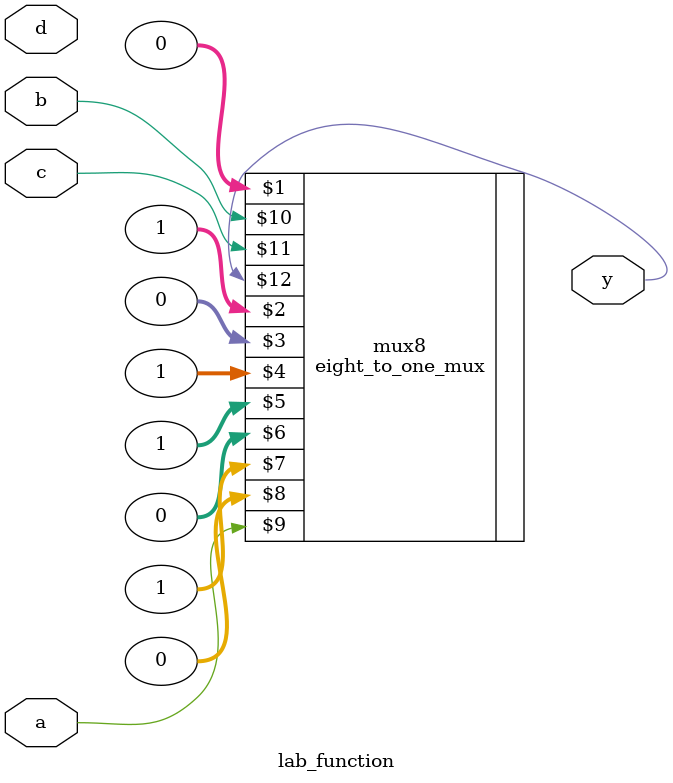
<source format=sv>
`timescale 1ns / 1ps



module lab_function(
                input logic a, b, c, d,
                output logic y);
    
        eight_to_one_mux mux8(0, 1, 0, 1, 1, 0, 1, 0, a, b, c, y);
    
endmodule
</source>
